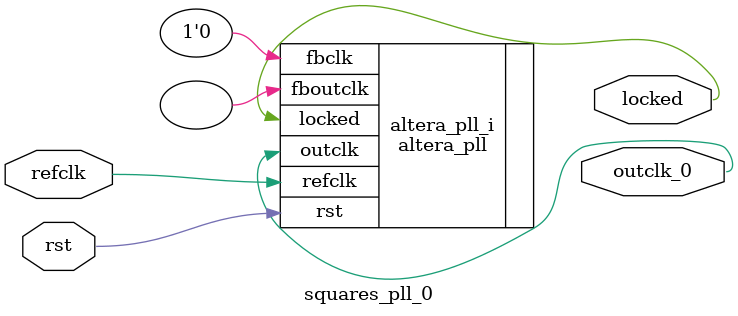
<source format=v>
`timescale 1ns/10ps
module  squares_pll_0(

	// interface 'refclk'
	input wire refclk,

	// interface 'reset'
	input wire rst,

	// interface 'outclk0'
	output wire outclk_0,

	// interface 'locked'
	output wire locked
);

	altera_pll #(
		.fractional_vco_multiplier("false"),
		.reference_clock_frequency("50.0 MHz"),
		.operation_mode("direct"),
		.number_of_clocks(1),
		.output_clock_frequency0("25.000000 MHz"),
		.phase_shift0("0 ps"),
		.duty_cycle0(50),
		.output_clock_frequency1("0 MHz"),
		.phase_shift1("0 ps"),
		.duty_cycle1(50),
		.output_clock_frequency2("0 MHz"),
		.phase_shift2("0 ps"),
		.duty_cycle2(50),
		.output_clock_frequency3("0 MHz"),
		.phase_shift3("0 ps"),
		.duty_cycle3(50),
		.output_clock_frequency4("0 MHz"),
		.phase_shift4("0 ps"),
		.duty_cycle4(50),
		.output_clock_frequency5("0 MHz"),
		.phase_shift5("0 ps"),
		.duty_cycle5(50),
		.output_clock_frequency6("0 MHz"),
		.phase_shift6("0 ps"),
		.duty_cycle6(50),
		.output_clock_frequency7("0 MHz"),
		.phase_shift7("0 ps"),
		.duty_cycle7(50),
		.output_clock_frequency8("0 MHz"),
		.phase_shift8("0 ps"),
		.duty_cycle8(50),
		.output_clock_frequency9("0 MHz"),
		.phase_shift9("0 ps"),
		.duty_cycle9(50),
		.output_clock_frequency10("0 MHz"),
		.phase_shift10("0 ps"),
		.duty_cycle10(50),
		.output_clock_frequency11("0 MHz"),
		.phase_shift11("0 ps"),
		.duty_cycle11(50),
		.output_clock_frequency12("0 MHz"),
		.phase_shift12("0 ps"),
		.duty_cycle12(50),
		.output_clock_frequency13("0 MHz"),
		.phase_shift13("0 ps"),
		.duty_cycle13(50),
		.output_clock_frequency14("0 MHz"),
		.phase_shift14("0 ps"),
		.duty_cycle14(50),
		.output_clock_frequency15("0 MHz"),
		.phase_shift15("0 ps"),
		.duty_cycle15(50),
		.output_clock_frequency16("0 MHz"),
		.phase_shift16("0 ps"),
		.duty_cycle16(50),
		.output_clock_frequency17("0 MHz"),
		.phase_shift17("0 ps"),
		.duty_cycle17(50),
		.pll_type("General"),
		.pll_subtype("General")
	) altera_pll_i (
		.rst	(rst),
		.outclk	({outclk_0}),
		.locked	(locked),
		.fboutclk	( ),
		.fbclk	(1'b0),
		.refclk	(refclk)
	);
endmodule


</source>
